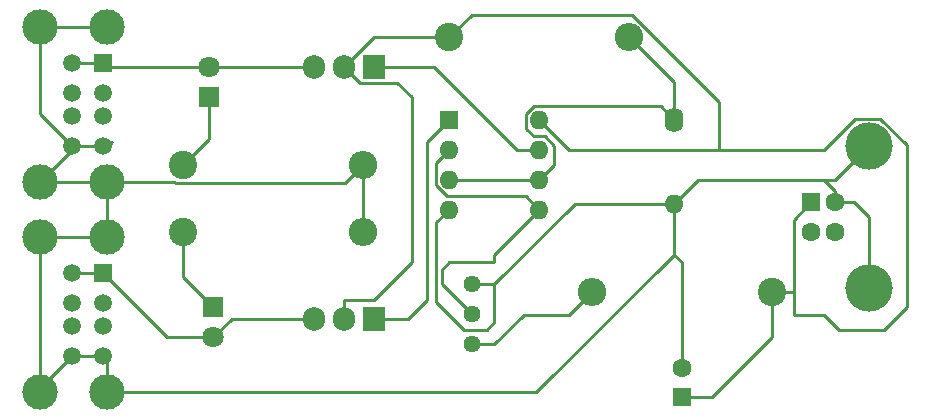
<source format=gbr>
%TF.GenerationSoftware,KiCad,Pcbnew,(6.0.9-0)*%
%TF.CreationDate,2023-03-11T20:55:46-05:00*%
%TF.ProjectId,usb darksensor,75736220-6461-4726-9b73-656e736f722e,rev?*%
%TF.SameCoordinates,Original*%
%TF.FileFunction,Copper,L2,Bot*%
%TF.FilePolarity,Positive*%
%FSLAX46Y46*%
G04 Gerber Fmt 4.6, Leading zero omitted, Abs format (unit mm)*
G04 Created by KiCad (PCBNEW (6.0.9-0)) date 2023-03-11 20:55:46*
%MOMM*%
%LPD*%
G01*
G04 APERTURE LIST*
%TA.AperFunction,ComponentPad*%
%ADD10C,2.400000*%
%TD*%
%TA.AperFunction,ComponentPad*%
%ADD11O,2.400000X2.400000*%
%TD*%
%TA.AperFunction,ComponentPad*%
%ADD12R,1.600000X1.600000*%
%TD*%
%TA.AperFunction,ComponentPad*%
%ADD13O,1.600000X1.600000*%
%TD*%
%TA.AperFunction,ComponentPad*%
%ADD14R,1.905000X2.000000*%
%TD*%
%TA.AperFunction,ComponentPad*%
%ADD15O,1.905000X2.000000*%
%TD*%
%TA.AperFunction,ComponentPad*%
%ADD16C,1.600000*%
%TD*%
%TA.AperFunction,ComponentPad*%
%ADD17C,4.000000*%
%TD*%
%TA.AperFunction,ComponentPad*%
%ADD18O,1.600000X2.100000*%
%TD*%
%TA.AperFunction,ComponentPad*%
%ADD19R,1.800000X1.800000*%
%TD*%
%TA.AperFunction,ComponentPad*%
%ADD20C,1.800000*%
%TD*%
%TA.AperFunction,ComponentPad*%
%ADD21R,1.500000X1.500000*%
%TD*%
%TA.AperFunction,ComponentPad*%
%ADD22C,1.500000*%
%TD*%
%TA.AperFunction,ComponentPad*%
%ADD23C,3.000000*%
%TD*%
%TA.AperFunction,ComponentPad*%
%ADD24C,1.440000*%
%TD*%
%TA.AperFunction,Conductor*%
%ADD25C,0.250000*%
%TD*%
G04 APERTURE END LIST*
D10*
%TO.P,R5,1*%
%TO.N,Net-(D2-Pad1)*%
X101290000Y-80645000D03*
D11*
%TO.P,R5,2*%
%TO.N,GND*%
X116530000Y-80645000D03*
%TD*%
D12*
%TO.P,U1,1*%
%TO.N,/NIGHT_OUT*%
X123825000Y-76835000D03*
D13*
%TO.P,U1,2,-*%
%TO.N,/VPOT*%
X123825000Y-79375000D03*
%TO.P,U1,3,+*%
%TO.N,/VPHOTO*%
X123825000Y-81915000D03*
%TO.P,U1,4,V-*%
%TO.N,GND*%
X123825000Y-84455000D03*
%TO.P,U1,5,+*%
%TO.N,/VPOT*%
X131445000Y-84455000D03*
%TO.P,U1,6,-*%
%TO.N,/VPHOTO*%
X131445000Y-81915000D03*
%TO.P,U1,7*%
%TO.N,/DAY_OUT*%
X131445000Y-79375000D03*
%TO.P,U1,8,V+*%
%TO.N,VCC*%
X131445000Y-76835000D03*
%TD*%
D14*
%TO.P,Q2,1,B*%
%TO.N,/DAY_OUT*%
X117475000Y-72390000D03*
D15*
%TO.P,Q2,2,C*%
%TO.N,VCC*%
X114935000Y-72390000D03*
%TO.P,Q2,3,E*%
%TO.N,Net-(D2-Pad2)*%
X112395000Y-72390000D03*
%TD*%
D12*
%TO.P,C1,1*%
%TO.N,VCC*%
X143510000Y-100330000D03*
D16*
%TO.P,C1,2*%
%TO.N,GND*%
X143510000Y-97830000D03*
%TD*%
D12*
%TO.P,J1,1,VBUS*%
%TO.N,VCC*%
X154502500Y-83840000D03*
D16*
%TO.P,J1,2,D-*%
%TO.N,unconnected-(J1-Pad2)*%
X154502500Y-86340000D03*
%TO.P,J1,3,D+*%
%TO.N,unconnected-(J1-Pad3)*%
X156502500Y-86340000D03*
%TO.P,J1,4,GND*%
%TO.N,GND*%
X156502500Y-83840000D03*
D17*
%TO.P,J1,5,Shield*%
X159362500Y-79090000D03*
X159362500Y-91090000D03*
%TD*%
D18*
%TO.P,R2,1*%
%TO.N,/VPHOTO*%
X142875000Y-76835000D03*
D13*
%TO.P,R2,2*%
%TO.N,GND*%
X142875000Y-83935000D03*
%TD*%
D10*
%TO.P,R1,1*%
%TO.N,VCC*%
X123825000Y-69850000D03*
D11*
%TO.P,R1,2*%
%TO.N,/VPHOTO*%
X139065000Y-69850000D03*
%TD*%
D19*
%TO.P,D1,1,K*%
%TO.N,Net-(D1-Pad1)*%
X103830000Y-92710000D03*
D20*
%TO.P,D1,2,A*%
%TO.N,/VOUT*%
X103830000Y-95250000D03*
%TD*%
D10*
%TO.P,R3,1*%
%TO.N,Net-(D1-Pad1)*%
X101290000Y-86360000D03*
D11*
%TO.P,R3,2*%
%TO.N,GND*%
X116530000Y-86360000D03*
%TD*%
D21*
%TO.P,J2,1,VBUS1*%
%TO.N,/VOUT*%
X94510000Y-89845000D03*
D22*
%TO.P,J2,2,D1-*%
%TO.N,unconnected-(J2-Pad2)*%
X94510000Y-92345000D03*
%TO.P,J2,3,D1+*%
%TO.N,unconnected-(J2-Pad3)*%
X94510000Y-94345000D03*
%TO.P,J2,4,GND1*%
%TO.N,GND*%
X94510000Y-96845000D03*
%TO.P,J2,5,VBUS2*%
%TO.N,/VOUT*%
X91890000Y-89845000D03*
%TO.P,J2,6,D2-*%
%TO.N,unconnected-(J2-Pad6)*%
X91890000Y-92345000D03*
%TO.P,J2,7,D2+*%
%TO.N,unconnected-(J2-Pad7)*%
X91890000Y-94345000D03*
%TO.P,J2,8,GND2*%
%TO.N,GND*%
X91890000Y-96845000D03*
D23*
%TO.P,J2,9,Shield*%
X94860000Y-99915000D03*
X89180000Y-99915000D03*
X94860000Y-86775000D03*
X89180000Y-86775000D03*
%TD*%
D14*
%TO.P,Q1,1,B*%
%TO.N,/NIGHT_OUT*%
X117475000Y-93670000D03*
D15*
%TO.P,Q1,2,C*%
%TO.N,VCC*%
X114935000Y-93670000D03*
%TO.P,Q1,3,E*%
%TO.N,/VOUT*%
X112395000Y-93670000D03*
%TD*%
D19*
%TO.P,D2,1,K*%
%TO.N,Net-(D2-Pad1)*%
X103505000Y-74930000D03*
D20*
%TO.P,D2,2,A*%
%TO.N,Net-(D2-Pad2)*%
X103505000Y-72390000D03*
%TD*%
D24*
%TO.P,RV1,1,1*%
%TO.N,Net-(R4-Pad2)*%
X125730000Y-95870000D03*
%TO.P,RV1,2,2*%
%TO.N,/VPOT*%
X125730000Y-93330000D03*
%TO.P,RV1,3,3*%
%TO.N,GND*%
X125730000Y-90790000D03*
%TD*%
D10*
%TO.P,R4,1*%
%TO.N,VCC*%
X151130000Y-91440000D03*
D11*
%TO.P,R4,2*%
%TO.N,Net-(R4-Pad2)*%
X135890000Y-91440000D03*
%TD*%
D21*
%TO.P,J3,1,VBUS1*%
%TO.N,Net-(D2-Pad2)*%
X94510000Y-72065000D03*
D22*
%TO.P,J3,2,D1-*%
%TO.N,unconnected-(J3-Pad2)*%
X94510000Y-74565000D03*
%TO.P,J3,3,D1+*%
%TO.N,unconnected-(J3-Pad3)*%
X94510000Y-76565000D03*
%TO.P,J3,4,GND1*%
%TO.N,GND*%
X94510000Y-79065000D03*
%TO.P,J3,5,VBUS2*%
%TO.N,Net-(D2-Pad2)*%
X91890000Y-72065000D03*
%TO.P,J3,6,D2-*%
%TO.N,unconnected-(J3-Pad6)*%
X91890000Y-74565000D03*
%TO.P,J3,7,D2+*%
%TO.N,unconnected-(J3-Pad7)*%
X91890000Y-76565000D03*
%TO.P,J3,8,GND2*%
%TO.N,GND*%
X91890000Y-79065000D03*
D23*
%TO.P,J3,9,Shield*%
X94860000Y-82135000D03*
X94860000Y-68995000D03*
X89180000Y-82135000D03*
X89180000Y-68995000D03*
%TD*%
D25*
%TO.N,VCC*%
X114935000Y-92075000D02*
X114935000Y-93670000D01*
%TO.N,Net-(D1-Pad1)*%
X101290000Y-86360000D02*
X101290000Y-90170000D01*
X101290000Y-90170000D02*
X103830000Y-92710000D01*
%TO.N,/VOUT*%
X105410000Y-93670000D02*
X103830000Y-95250000D01*
X103830000Y-95250000D02*
X99915000Y-95250000D01*
X99915000Y-95250000D02*
X94510000Y-89845000D01*
X112395000Y-93670000D02*
X105410000Y-93670000D01*
X94510000Y-89845000D02*
X91890000Y-89845000D01*
%TO.N,VCC*%
X151130000Y-95250000D02*
X146050000Y-100330000D01*
X158185000Y-76765000D02*
X155575000Y-79375000D01*
X160655000Y-94615000D02*
X162560000Y-92710000D01*
X114935000Y-72390000D02*
X116260000Y-73715000D01*
X146685000Y-79375000D02*
X133985000Y-79375000D01*
X133985000Y-79375000D02*
X131445000Y-76835000D01*
X120650000Y-88900000D02*
X117475000Y-92075000D01*
X153035000Y-93345000D02*
X153035000Y-91440000D01*
X139316676Y-67945000D02*
X125730000Y-67945000D01*
X146050000Y-100330000D02*
X143510000Y-100330000D01*
X153035000Y-91440000D02*
X151130000Y-91440000D01*
X116260000Y-73715000D02*
X119435000Y-73715000D01*
X160325547Y-76765000D02*
X158185000Y-76765000D01*
X146685000Y-79375000D02*
X146685000Y-75313324D01*
X162560000Y-78999453D02*
X160325547Y-76765000D01*
X125730000Y-67945000D02*
X123825000Y-69850000D01*
X151130000Y-91440000D02*
X151130000Y-95250000D01*
X153035000Y-93345000D02*
X155575000Y-93345000D01*
X117475000Y-92075000D02*
X114935000Y-92075000D01*
X119435000Y-73715000D02*
X120650000Y-74930000D01*
X153035000Y-91440000D02*
X153035000Y-85307500D01*
X156845000Y-94615000D02*
X160655000Y-94615000D01*
X123825000Y-69850000D02*
X117475000Y-69850000D01*
X117475000Y-69850000D02*
X114935000Y-72390000D01*
X153035000Y-85307500D02*
X154502500Y-83840000D01*
X155575000Y-93345000D02*
X156845000Y-94615000D01*
X162560000Y-92710000D02*
X162560000Y-78999453D01*
X155575000Y-79375000D02*
X146685000Y-79375000D01*
X120650000Y-74930000D02*
X120650000Y-88900000D01*
X146685000Y-75313324D02*
X139316676Y-67945000D01*
%TO.N,GND*%
X144895000Y-81915000D02*
X155575000Y-81915000D01*
X159362500Y-85112500D02*
X159385000Y-85090000D01*
X127000000Y-94615000D02*
X127650000Y-93965000D01*
X125095000Y-94615000D02*
X127000000Y-94615000D01*
X127650000Y-93965000D02*
X127650000Y-90790000D01*
X134505000Y-83935000D02*
X142875000Y-83935000D01*
X122740000Y-85540000D02*
X122740000Y-92260000D01*
X155575000Y-81915000D02*
X156537500Y-81915000D01*
X91890000Y-79065000D02*
X89180000Y-76355000D01*
X159385000Y-85090000D02*
X158135000Y-83840000D01*
X94860000Y-97195000D02*
X94510000Y-96845000D01*
X89180000Y-68995000D02*
X94860000Y-68995000D01*
X142875000Y-83935000D02*
X144895000Y-81915000D01*
X89180000Y-82135000D02*
X91890000Y-79425000D01*
X158135000Y-83840000D02*
X156502500Y-83840000D01*
X89180000Y-99555000D02*
X89180000Y-99915000D01*
X156502500Y-82842500D02*
X156502500Y-83840000D01*
X91890000Y-96845000D02*
X89180000Y-99555000D01*
X127650000Y-90790000D02*
X134505000Y-83935000D01*
X123825000Y-84455000D02*
X122740000Y-85540000D01*
X142875000Y-88265000D02*
X142875000Y-83935000D01*
X156537500Y-81915000D02*
X159362500Y-79090000D01*
X89180000Y-86775000D02*
X94860000Y-86775000D01*
X94925000Y-79065000D02*
X95250000Y-78740000D01*
X155575000Y-81915000D02*
X156502500Y-82842500D01*
X94860000Y-82135000D02*
X100623324Y-82135000D01*
X94860000Y-99915000D02*
X94860000Y-97195000D01*
X115005000Y-82170000D02*
X116530000Y-80645000D01*
X125730000Y-90790000D02*
X127650000Y-90790000D01*
X100658324Y-82170000D02*
X115005000Y-82170000D01*
X159362500Y-91090000D02*
X159362500Y-85112500D01*
X94860000Y-86775000D02*
X94860000Y-82135000D01*
X131225000Y-99915000D02*
X94860000Y-99915000D01*
X122740000Y-92260000D02*
X125095000Y-94615000D01*
X143510000Y-88900000D02*
X142875000Y-88265000D01*
X91890000Y-79425000D02*
X91890000Y-79065000D01*
X143510000Y-97830000D02*
X143510000Y-88900000D01*
X116530000Y-80645000D02*
X116530000Y-86360000D01*
X100623324Y-82135000D02*
X100658324Y-82170000D01*
X94510000Y-96845000D02*
X91890000Y-96845000D01*
X91890000Y-79065000D02*
X94925000Y-79065000D01*
X89180000Y-76355000D02*
X89180000Y-68995000D01*
X94835000Y-78740000D02*
X94510000Y-79065000D01*
X142875000Y-88265000D02*
X131225000Y-99915000D01*
X94860000Y-82135000D02*
X89180000Y-82135000D01*
X95250000Y-78740000D02*
X94835000Y-78740000D01*
X89180000Y-99915000D02*
X89180000Y-86775000D01*
%TO.N,/VPHOTO*%
X130320000Y-77590991D02*
X130979009Y-78250000D01*
X142875000Y-76835000D02*
X141750000Y-75710000D01*
X132715000Y-79054009D02*
X132715000Y-80645000D01*
X142875000Y-73660000D02*
X142875000Y-76835000D01*
X130320000Y-76369009D02*
X130320000Y-77590991D01*
X130979009Y-78250000D02*
X131910991Y-78250000D01*
X130979009Y-75710000D02*
X130320000Y-76369009D01*
X132715000Y-80645000D02*
X131445000Y-81915000D01*
X131445000Y-81915000D02*
X123825000Y-81915000D01*
X141750000Y-75710000D02*
X130979009Y-75710000D01*
X139065000Y-69850000D02*
X142875000Y-73660000D01*
X131910991Y-78250000D02*
X132715000Y-79054009D01*
%TO.N,/VPOT*%
X125730000Y-93330000D02*
X123190000Y-90790000D01*
X123825000Y-79375000D02*
X122700000Y-80500000D01*
X123190000Y-89535000D02*
X123825000Y-88900000D01*
X127635000Y-88265000D02*
X131445000Y-84455000D01*
X122700000Y-82380991D02*
X123649009Y-83330000D01*
X123190000Y-90790000D02*
X123190000Y-89535000D01*
X123649009Y-83330000D02*
X130320000Y-83330000D01*
X123825000Y-88900000D02*
X127635000Y-88900000D01*
X127635000Y-88900000D02*
X127635000Y-88265000D01*
X122700000Y-80500000D02*
X122700000Y-82380991D01*
X130320000Y-83330000D02*
X131445000Y-84455000D01*
%TO.N,Net-(R4-Pad2)*%
X133985000Y-93345000D02*
X135890000Y-91440000D01*
X130175000Y-93345000D02*
X127650000Y-95870000D01*
X127650000Y-95870000D02*
X125730000Y-95870000D01*
X133985000Y-93345000D02*
X130175000Y-93345000D01*
%TO.N,Net-(D2-Pad1)*%
X103505000Y-74930000D02*
X103505000Y-78430000D01*
X103505000Y-78430000D02*
X101290000Y-80645000D01*
%TO.N,Net-(D2-Pad2)*%
X112395000Y-72390000D02*
X103505000Y-72390000D01*
X91890000Y-72065000D02*
X94510000Y-72065000D01*
X103505000Y-72390000D02*
X94835000Y-72390000D01*
X94835000Y-72390000D02*
X94510000Y-72065000D01*
%TO.N,/NIGHT_OUT*%
X121920000Y-78740000D02*
X121920000Y-92075000D01*
X123825000Y-76835000D02*
X121920000Y-78740000D01*
X120325000Y-93670000D02*
X117475000Y-93670000D01*
X121920000Y-92075000D02*
X120325000Y-93670000D01*
%TO.N,/DAY_OUT*%
X129540000Y-79375000D02*
X122555000Y-72390000D01*
X131445000Y-79375000D02*
X129540000Y-79375000D01*
X122555000Y-72390000D02*
X117475000Y-72390000D01*
%TD*%
M02*

</source>
